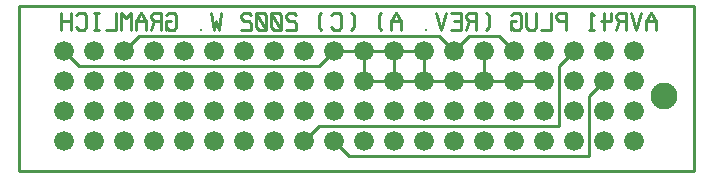
<source format=gbl>
%MOIN*%
%FSLAX25Y25*%
G04 D10 used for Character Trace; *
G04     Circle (OD=.01000) (No hole)*
G04 D11 used for Power Trace; *
G04     Circle (OD=.06700) (No hole)*
G04 D12 used for Signal Trace; *
G04     Circle (OD=.01100) (No hole)*
G04 D13 used for Via; *
G04     Circle (OD=.05800) (Round. Hole ID=.02800)*
G04 D14 used for Component hole; *
G04     Circle (OD=.06500) (Round. Hole ID=.03500)*
G04 D15 used for Component hole; *
G04     Circle (OD=.06600) (Round. Hole ID=.04200)*
G04 D16 used for Component hole; *
G04     Circle (OD=.08200) (Round. Hole ID=.05200)*
G04 D17 used for Component hole; *
G04     Circle (OD=.08950) (Round. Hole ID=.05950)*
G04 D18 used for Component hole; *
G04     Circle (OD=.11600) (Round. Hole ID=.08600)*
G04 D19 used for Component hole; *
G04     Circle (OD=.15500) (Round. Hole ID=.12500)*
G04 D20 used for Component hole; *
G04     Circle (OD=.18200) (Round. Hole ID=.15200)*
G04 D21 used for Component hole; *
G04     Circle (OD=.24300) (Round. Hole ID=.21300)*
%ADD10C,.01000*%
%ADD11C,.06700*%
%ADD12C,.01100*%
%ADD13C,.05800*%
%ADD14C,.06500*%
%ADD15C,.06600*%
%ADD16C,.08200*%
%ADD17C,.08950*%
%ADD18C,.11600*%
%ADD19C,.15500*%
%ADD20C,.18200*%
%ADD21C,.24300*%
%IPPOS*%
%LPD*%
G90*X0Y0D02*D15*X15000Y10000D03*Y20000D03*        
X25000Y10000D03*Y20000D03*Y30000D03*X15000D03*D12*
X20000Y35000D02*X100000D01*X105000Y40000D01*D15*  
D03*D12*X115000D01*D15*D03*D12*Y30000D01*D15*D03* 
D12*X125000D01*D15*D03*D12*X135000D01*D15*D03*D12*
X145000D01*D15*D03*D12*X155000D01*D15*D03*D12*    
X165000D01*D15*D03*D12*X175000D01*D15*D03*D12*    
X180000Y15000D02*Y35000D01*X100000Y15000D02*      
X180000D01*X95000Y10000D02*X100000Y15000D01*D15*  
X95000Y10000D03*X105000Y20000D03*X85000D03*       
X105000Y10000D03*D12*X110000Y5000D01*X190000D01*  
Y25000D01*X195000Y30000D01*D15*D03*               
X205000Y20000D03*Y40000D03*X185000D03*D12*        
X180000Y35000D01*D15*X185000Y30000D03*            
X175000Y40000D03*X195000Y20000D03*X165000D03*     
Y40000D03*D12*X160000Y45000D01*X150000D01*        
X145000Y40000D01*D15*D03*D12*X140000Y45000D01*    
X40000D01*X35000Y40000D01*D15*D03*X45000Y30000D03*
Y40000D03*X25000D03*X35000Y30000D03*D12*          
X20000Y35000D02*X15000Y40000D01*D15*D03*D10*      
X212511Y47129D02*Y50000D01*X210837Y52871D01*      
X209163Y50000D01*Y47129D01*X212511Y50000D02*      
X209163D01*X207511Y52871D02*X205837Y47129D01*     
X204163Y52871D01*X202511Y47129D02*Y52871D01*      
X200000D01*X199163Y51914D01*Y50957D01*            
X200000Y50000D01*X202511D01*X200000D02*           
X199163Y47129D01*X195000Y52871D02*Y47129D01*      
X197511Y52871D02*Y50000D01*X194163D01*            
X191674Y51914D02*X190837Y52871D01*Y47129D01*      
X191674D02*X190000D01*X182511D02*Y52871D01*       
X180000D01*X179163Y51914D01*Y50957D01*            
X180000Y50000D01*X182511D01*X177511Y52871D02*     
Y47129D01*X174163D01*X169163Y52871D02*Y48086D01*  
X170000Y47129D01*X171674D01*X172511Y48086D01*     
Y52871D01*X164163Y48086D02*X165000Y47129D01*      
X166674D01*X167511Y48086D01*Y51914D01*            
X166674Y52871D01*X165000D01*X164163Y51914D01*     
X165837Y50000D02*X164163D01*Y47129D01*            
X155837Y52871D02*X156674Y51914D01*Y48086D01*      
X155837Y47129D01*X152511D02*Y52871D01*X150000D01* 
X149163Y51914D01*Y50957D01*X150000Y50000D01*      
X152511D01*X150000D02*X149163Y47129D01*X144163D02*
X147511D01*Y52871D01*X144163D01*X147511Y50000D02* 
X145000D01*X142511Y52871D02*X140837Y47129D01*     
X139163Y52871D01*X135837Y47129D03*X127511D02*     
Y50000D01*X125837Y52871D01*X124163Y50000D01*      
Y47129D01*X127511Y50000D02*X124163D01*            
X120837Y52871D02*X120000Y51914D01*Y48086D01*      
X120837Y47129D01*X110837Y52871D02*                
X111674Y51914D01*Y48086D01*X110837Y47129D01*      
X104163Y48086D02*X105000Y47129D01*X106674D01*     
X107511Y48086D01*Y51914D01*X106674Y52871D01*      
X105000D01*X104163Y51914D01*X100837Y52871D02*     
X100000Y51914D01*Y48086D01*X100837Y47129D01*      
X92511Y51914D02*X91674Y52871D01*X90000D01*        
X89163Y51914D01*Y50957D01*X90000Y50000D01*        
X91674D01*X92511Y49043D01*Y47129D01*X89163D01*    
X84163Y48086D02*X85000Y47129D01*X86674D01*        
X87511Y48086D01*Y51914D01*X86674Y52871D01*        
X85000D01*X84163Y51914D01*Y48086D01*              
X87511Y47129D02*X84163Y52871D01*X79163Y48086D02*  
X80000Y47129D01*X81674D01*X82511Y48086D01*        
Y51914D01*X81674Y52871D01*X80000D01*              
X79163Y51914D01*Y48086D01*X82511Y47129D02*        
X79163Y52871D01*X77511Y51914D02*X76674Y52871D01*  
X75000D01*X74163Y51914D01*Y50957D01*              
X75000Y50000D01*X76674D01*X77511Y49043D01*        
Y47129D01*X74163D01*X67511Y52871D02*              
X66674Y47129D01*X65837Y50000D01*X65000Y47129D01*  
X64163Y52871D01*X60837Y47129D03*X49163Y48086D02*  
X50000Y47129D01*X51674D01*X52511Y48086D01*        
Y51914D01*X51674Y52871D01*X50000D01*              
X49163Y51914D01*X50837Y50000D02*X49163D01*        
Y47129D01*X47511D02*Y52871D01*X45000D01*          
X44163Y51914D01*Y50957D01*X45000Y50000D01*        
X47511D01*X45000D02*X44163Y47129D01*X42511D02*    
Y50000D01*X40837Y52871D01*X39163Y50000D01*        
Y47129D01*X42511Y50000D02*X39163D01*              
X37511Y47129D02*Y52871D01*X35837Y50957D01*        
X34163Y52871D01*Y47129D01*X32511Y52871D02*        
Y47129D01*X29163D01*X25837D02*Y52871D01*          
X26674Y47129D02*X25000D01*X26674Y52871D02*        
X25000D01*X19163Y48086D02*X20000Y47129D01*        
X21674D01*X22511Y48086D01*Y51914D01*              
X21674Y52871D01*X20000D01*X19163Y51914D01*        
X17511Y47129D02*Y52871D01*X14163Y47129D02*        
Y52871D01*X17511Y50000D02*X14163D01*D12*X0Y0D02*  
Y55000D01*Y0D02*X225000D01*Y55000D01*X0D01*D15*   
X35000Y20000D03*X45000Y10000D03*Y20000D03*        
X35000Y10000D03*X55000D03*Y20000D03*Y30000D03*    
Y40000D03*X65000Y10000D03*Y20000D03*Y30000D03*    
Y40000D03*X75000Y10000D03*Y20000D03*Y30000D03*    
Y40000D03*X85000Y10000D03*Y30000D03*Y40000D03*    
X95000Y20000D03*Y30000D03*Y40000D03*              
X105000Y30000D03*X115000Y10000D03*Y20000D03*D12*  
Y40000D02*X125000D01*D15*D03*D12*Y30000D01*D15*   
X135000Y20000D03*Y40000D03*D12*Y30000D01*D15*     
X145000Y20000D03*D12*X125000Y40000D02*X135000D01* 
D15*X155000Y20000D03*D12*Y30000D02*Y40000D01*D15* 
D03*X175000Y20000D03*X185000Y10000D03*X125000D03* 
X185000Y20000D03*X135000Y10000D03*X145000D03*     
X155000D03*X165000D03*X125000Y20000D03*           
X175000Y10000D03*X195000D03*Y40000D03*            
X205000Y10000D03*Y30000D03*D17*X215000Y25000D03*  
M02*                                              

</source>
